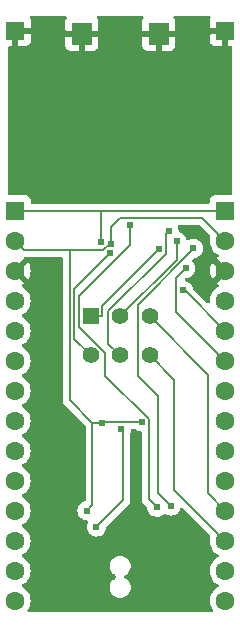
<source format=gbl>
G04 #@! TF.GenerationSoftware,KiCad,Pcbnew,(6.0.9)*
G04 #@! TF.CreationDate,2022-12-10T19:39:28+09:00*
G04 #@! TF.ProjectId,EB-STM32L412KB,45422d53-544d-4333-924c-3431324b422e,V2.0*
G04 #@! TF.SameCoordinates,Original*
G04 #@! TF.FileFunction,Copper,L2,Bot*
G04 #@! TF.FilePolarity,Positive*
%FSLAX46Y46*%
G04 Gerber Fmt 4.6, Leading zero omitted, Abs format (unit mm)*
G04 Created by KiCad (PCBNEW (6.0.9)) date 2022-12-10 19:39:28*
%MOMM*%
%LPD*%
G01*
G04 APERTURE LIST*
G04 #@! TA.AperFunction,ComponentPad*
%ADD10R,1.800000X1.900000*%
G04 #@! TD*
G04 #@! TA.AperFunction,ComponentPad*
%ADD11R,1.600000X1.600000*%
G04 #@! TD*
G04 #@! TA.AperFunction,ComponentPad*
%ADD12C,1.600000*%
G04 #@! TD*
G04 #@! TA.AperFunction,ComponentPad*
%ADD13R,1.400000X1.400000*%
G04 #@! TD*
G04 #@! TA.AperFunction,ComponentPad*
%ADD14C,1.400000*%
G04 #@! TD*
G04 #@! TA.AperFunction,ViaPad*
%ADD15C,0.609600*%
G04 #@! TD*
G04 #@! TA.AperFunction,Conductor*
%ADD16C,0.152400*%
G04 #@! TD*
G04 APERTURE END LIST*
D10*
X-3250000Y15000000D03*
X3250000Y15000000D03*
D11*
X-8890000Y15240000D03*
X8890000Y15240000D03*
X-8890000Y0D03*
D12*
X-8890000Y-2540000D03*
X-8890000Y-5080000D03*
X-8890000Y-7620000D03*
X-8890000Y-10160000D03*
X-8890000Y-12700000D03*
X-8890000Y-15240000D03*
X-8890000Y-17780000D03*
X-8890000Y-20320000D03*
X-8890000Y-22860000D03*
X-8890000Y-25400000D03*
X-8890000Y-27940000D03*
X-8890000Y-30480000D03*
X-8890000Y-33020000D03*
D13*
X-2500000Y-8950000D03*
D14*
X0Y-8950000D03*
X2500000Y-8950000D03*
X-2500000Y-12250000D03*
X0Y-12250000D03*
X2500000Y-12250000D03*
D11*
X8890000Y0D03*
D12*
X8890000Y-2540000D03*
X8890000Y-5080000D03*
X8890000Y-7620000D03*
X8890000Y-10160000D03*
X8890000Y-12700000D03*
X8890000Y-15240000D03*
X8890000Y-17780000D03*
X8890000Y-20320000D03*
X8890000Y-22860000D03*
X8890000Y-25400000D03*
X8890000Y-27940000D03*
X8890000Y-30480000D03*
X8890000Y-33020000D03*
D15*
X-1631000Y-2693000D03*
X-100000Y9983800D03*
X-700000Y-31000000D03*
X100000Y-18457500D03*
X-2021500Y-26781900D03*
X3100000Y-25095800D03*
X822989Y-1177011D03*
X6200000Y-3200000D03*
X4300000Y-25000000D03*
X1807900Y-17873800D03*
X-2800000Y-25400000D03*
X-802100Y-2783400D03*
X-1565300Y-17965100D03*
X5336800Y-6744700D03*
X5540700Y-4874700D03*
X3318100Y-3226800D03*
X4800000Y-2600000D03*
X-881500Y-3596400D03*
X4138100Y-1689500D03*
D16*
X-7808700Y-1800D02*
X-7810500Y0D01*
X-1631000Y-1800D02*
X-1631000Y-2693000D01*
X-8890000Y0D02*
X-7810500Y0D01*
X-1631000Y-1800D02*
X-7808700Y-1800D01*
X8890000Y0D02*
X7810500Y0D01*
X7810500Y0D02*
X-1629200Y0D01*
X-1629200Y0D02*
X-1631000Y-1800D01*
X-100000Y15000000D02*
X-3250000Y15000000D01*
X3250000Y15000000D02*
X7570500Y15000000D01*
X-100000Y15000000D02*
X-100000Y9983800D01*
X-8890000Y15240000D02*
X-4669500Y15240000D01*
X8890000Y15240000D02*
X7810500Y15240000D01*
X-3250000Y15000000D02*
X-4429500Y15000000D01*
X-4669500Y15240000D02*
X-4429500Y15000000D01*
X7570500Y15000000D02*
X7810500Y15240000D01*
X-100000Y15000000D02*
X3250000Y15000000D01*
X250000Y-18607500D02*
X250000Y-24510400D01*
X250000Y-24510400D02*
X-2021500Y-26781900D01*
X100000Y-18457500D02*
X250000Y-18607500D01*
X-3479600Y-9808500D02*
X-1249900Y-12038200D01*
X-1249900Y-12038200D02*
X-1249900Y-13989700D01*
X822989Y-2905511D02*
X-3479600Y-7208100D01*
X-1249800Y-13989700D02*
X2421400Y-17660900D01*
X-3479600Y-7208100D02*
X-3479600Y-9808500D01*
X822989Y-1177011D02*
X822989Y-2905511D01*
X2421400Y-17660900D02*
X2421400Y-24417200D01*
X-1249900Y-13989700D02*
X-1249800Y-13989700D01*
X2421400Y-24417200D02*
X3100000Y-25095800D01*
X3181500Y-15664000D02*
X3181500Y-23881500D01*
X1480700Y-13963200D02*
X3181500Y-15664000D01*
X1480700Y-7972400D02*
X1480700Y-13963200D01*
X6200000Y-3253100D02*
X1480700Y-7972400D01*
X3181500Y-23881500D02*
X4300000Y-25000000D01*
X6200000Y-3200000D02*
X6200000Y-3253100D01*
X2500000Y-12250000D02*
X4597300Y-14347300D01*
X4597300Y-23647300D02*
X8890000Y-27940000D01*
X4597300Y-14347300D02*
X4597300Y-23647300D01*
X7429600Y-13879600D02*
X7429600Y-23939600D01*
X7429600Y-23939600D02*
X8890000Y-25400000D01*
X2500000Y-8950000D02*
X7429600Y-13879600D01*
X-4288600Y-3312100D02*
X-8117900Y-3312100D01*
X-802100Y-1402100D02*
X-802100Y-2783400D01*
X-1565300Y-17965100D02*
X-1474000Y-17873800D01*
X-4288600Y-3312100D02*
X-4288600Y-16020700D01*
X-2344200Y-24944200D02*
X-2800000Y-25400000D01*
X-4288600Y-16020700D02*
X-2344200Y-17965100D01*
X-2344200Y-17965100D02*
X-1565300Y-17965100D01*
X6942811Y-592811D02*
X7189Y-592811D01*
X8890000Y-2540000D02*
X6942811Y-592811D01*
X-1423500Y-3312100D02*
X-4288600Y-3312100D01*
X-2344200Y-17965100D02*
X-2344200Y-24944200D01*
X-894800Y-2783400D02*
X-1423500Y-3312100D01*
X-802100Y-2783400D02*
X-894800Y-2783400D01*
X7189Y-592811D02*
X-802100Y-1402100D01*
X-8117900Y-3312100D02*
X-8890000Y-2540000D01*
X-1474000Y-17873800D02*
X1807900Y-17873800D01*
X8890000Y-10160000D02*
X5474700Y-6744700D01*
X5474700Y-6744700D02*
X5336800Y-6744700D01*
X8890000Y-12700000D02*
X4752400Y-8562400D01*
X4752400Y-8562400D02*
X4752400Y-5663000D01*
X4752400Y-5663000D02*
X5540700Y-4874700D01*
X-1520500Y-8950000D02*
X-1520500Y-8065400D01*
X-1520500Y-8065400D02*
X3318100Y-3226800D01*
X-2500000Y-8950000D02*
X-1520500Y-8950000D01*
X4800000Y-2600000D02*
X4800000Y-4150000D01*
X4800000Y-4150000D02*
X0Y-8950000D01*
X-2500000Y-12250000D02*
X-3908300Y-10841700D01*
X-3908300Y-6623200D02*
X-881500Y-3596400D01*
X-3908300Y-10841700D02*
X-3908300Y-6623200D01*
X-1001000Y-11249000D02*
X-1001000Y-8536700D01*
X-1001000Y-8536700D02*
X3902500Y-3633200D01*
X3902500Y-1925100D02*
X4138100Y-1689500D01*
X3902500Y-3633200D02*
X3902500Y-1925100D01*
X0Y-12250000D02*
X-1001000Y-11249000D01*
G04 #@! TA.AperFunction,Conductor*
G36*
X-4931179Y-3916802D02*
G01*
X-4884686Y-3970458D01*
X-4873300Y-4022800D01*
X-4873300Y-15974122D01*
X-4874378Y-15990569D01*
X-4878345Y-16020700D01*
X-4873300Y-16059019D01*
X-4873300Y-16059021D01*
X-4858250Y-16173337D01*
X-4833267Y-16233650D01*
X-4799334Y-16315573D01*
X-4765177Y-16360086D01*
X-4705613Y-16437713D01*
X-4699063Y-16442739D01*
X-4699059Y-16442743D01*
X-4681491Y-16456223D01*
X-4669099Y-16467091D01*
X-2965805Y-18170385D01*
X-2931779Y-18232697D01*
X-2928900Y-18259480D01*
X-2928900Y-24494490D01*
X-2948902Y-24562611D01*
X-3002558Y-24609104D01*
X-3014294Y-24613768D01*
X-3141810Y-24657178D01*
X-3141813Y-24657179D01*
X-3148477Y-24659448D01*
X-3221609Y-24704439D01*
X-3292803Y-24748238D01*
X-3303886Y-24755056D01*
X-3373279Y-24823010D01*
X-3408749Y-24857746D01*
X-3434250Y-24882718D01*
X-3533092Y-25036090D01*
X-3535501Y-25042710D01*
X-3535503Y-25042713D01*
X-3593090Y-25200932D01*
X-3595498Y-25207549D01*
X-3618366Y-25388573D01*
X-3617679Y-25395580D01*
X-3617679Y-25395583D01*
X-3608121Y-25493060D01*
X-3600561Y-25570164D01*
X-3542967Y-25743299D01*
X-3539318Y-25749324D01*
X-3453596Y-25890867D01*
X-3448446Y-25899371D01*
X-3321697Y-26030623D01*
X-3315805Y-26034478D01*
X-3315801Y-26034482D01*
X-3174915Y-26126675D01*
X-3169019Y-26130533D01*
X-3162415Y-26132989D01*
X-3162413Y-26132990D01*
X-3083509Y-26162334D01*
X-2998000Y-26194135D01*
X-2837822Y-26215507D01*
X-2772946Y-26244343D01*
X-2733958Y-26303676D01*
X-2733237Y-26374669D01*
X-2748576Y-26408655D01*
X-2754592Y-26417990D01*
X-2757001Y-26424610D01*
X-2757003Y-26424613D01*
X-2814590Y-26582832D01*
X-2816998Y-26589449D01*
X-2839866Y-26770473D01*
X-2839179Y-26777480D01*
X-2839179Y-26777483D01*
X-2834019Y-26830106D01*
X-2822061Y-26952064D01*
X-2764467Y-27125199D01*
X-2669946Y-27281271D01*
X-2543197Y-27412523D01*
X-2537305Y-27416378D01*
X-2537301Y-27416382D01*
X-2415529Y-27496067D01*
X-2390519Y-27512433D01*
X-2383915Y-27514889D01*
X-2383913Y-27514890D01*
X-2330820Y-27534635D01*
X-2219500Y-27576035D01*
X-2038640Y-27600167D01*
X-2031629Y-27599529D01*
X-2031625Y-27599529D01*
X-1891920Y-27586814D01*
X-1856929Y-27583629D01*
X-1850227Y-27581451D01*
X-1850225Y-27581451D01*
X-1690095Y-27529422D01*
X-1690092Y-27529421D01*
X-1683396Y-27527245D01*
X-1658548Y-27512433D01*
X-1532723Y-27437427D01*
X-1532720Y-27437425D01*
X-1526668Y-27433817D01*
X-1455361Y-27365912D01*
X-1399638Y-27312848D01*
X-1399636Y-27312845D01*
X-1394534Y-27307987D01*
X-1293561Y-27156010D01*
X-1269171Y-27091803D01*
X-1231267Y-26992022D01*
X-1231266Y-26992017D01*
X-1228767Y-26985439D01*
X-1223091Y-26945055D01*
X-1206936Y-26830106D01*
X-1177648Y-26765432D01*
X-1171257Y-26758547D01*
X630503Y-24956787D01*
X642895Y-24945919D01*
X660460Y-24932441D01*
X667013Y-24927413D01*
X683541Y-24905874D01*
X733170Y-24841195D01*
X755707Y-24811824D01*
X760734Y-24805273D01*
X791130Y-24731890D01*
X819650Y-24663037D01*
X834700Y-24548721D01*
X834700Y-24548719D01*
X839745Y-24510400D01*
X835778Y-24480267D01*
X834700Y-24463821D01*
X834700Y-18836937D01*
X842912Y-18792194D01*
X873965Y-18710445D01*
X892733Y-18661039D01*
X893713Y-18654068D01*
X893714Y-18654063D01*
X905954Y-18566965D01*
X935242Y-18502291D01*
X994846Y-18463717D01*
X1030728Y-18458500D01*
X1188372Y-18458500D01*
X1256493Y-18478502D01*
X1279009Y-18496973D01*
X1286203Y-18504423D01*
X1292095Y-18508278D01*
X1292099Y-18508282D01*
X1432985Y-18600475D01*
X1438881Y-18604333D01*
X1445485Y-18606789D01*
X1445487Y-18606790D01*
X1524390Y-18636134D01*
X1609900Y-18667935D01*
X1727364Y-18683608D01*
X1792241Y-18712444D01*
X1831229Y-18771777D01*
X1836700Y-18808501D01*
X1836700Y-24370622D01*
X1835622Y-24387069D01*
X1831655Y-24417200D01*
X1836700Y-24455519D01*
X1836700Y-24455521D01*
X1851750Y-24569837D01*
X1884676Y-24649327D01*
X1910666Y-24712073D01*
X1915695Y-24718627D01*
X1915697Y-24718630D01*
X1931065Y-24738657D01*
X1931066Y-24738658D01*
X2004387Y-24834213D01*
X2010937Y-24839239D01*
X2010941Y-24839243D01*
X2028509Y-24852723D01*
X2040901Y-24863591D01*
X2251901Y-25074591D01*
X2285927Y-25136903D01*
X2288205Y-25151391D01*
X2290200Y-25171739D01*
X2299439Y-25265964D01*
X2357033Y-25439099D01*
X2360682Y-25445124D01*
X2440458Y-25576849D01*
X2451554Y-25595171D01*
X2578303Y-25726423D01*
X2584195Y-25730278D01*
X2584199Y-25730282D01*
X2725085Y-25822475D01*
X2730981Y-25826333D01*
X2737585Y-25828789D01*
X2737587Y-25828790D01*
X2805980Y-25854225D01*
X2902000Y-25889935D01*
X3082860Y-25914067D01*
X3089871Y-25913429D01*
X3089875Y-25913429D01*
X3244332Y-25899371D01*
X3264571Y-25897529D01*
X3271273Y-25895351D01*
X3271275Y-25895351D01*
X3431405Y-25843322D01*
X3431408Y-25843321D01*
X3438104Y-25841145D01*
X3462952Y-25826333D01*
X3588777Y-25751327D01*
X3588780Y-25751325D01*
X3594832Y-25747717D01*
X3670119Y-25676022D01*
X3733242Y-25643531D01*
X3803913Y-25650324D01*
X3826002Y-25661837D01*
X3924700Y-25726423D01*
X3930981Y-25730533D01*
X3937585Y-25732989D01*
X3937587Y-25732990D01*
X3977187Y-25747717D01*
X4102000Y-25794135D01*
X4282860Y-25818267D01*
X4289871Y-25817629D01*
X4289875Y-25817629D01*
X4429580Y-25804914D01*
X4464571Y-25801729D01*
X4471273Y-25799551D01*
X4471275Y-25799551D01*
X4631405Y-25747522D01*
X4631408Y-25747521D01*
X4638104Y-25745345D01*
X4663373Y-25730282D01*
X4788777Y-25655527D01*
X4788780Y-25655525D01*
X4794832Y-25651917D01*
X4888041Y-25563155D01*
X4921862Y-25530948D01*
X4921864Y-25530945D01*
X4926966Y-25526087D01*
X5027939Y-25374110D01*
X5030440Y-25367525D01*
X5030443Y-25367520D01*
X5087965Y-25216091D01*
X5130853Y-25159512D01*
X5197522Y-25135103D01*
X5266804Y-25150612D01*
X5294848Y-25171739D01*
X7595432Y-27472323D01*
X7629458Y-27534635D01*
X7628044Y-27594029D01*
X7596457Y-27711913D01*
X7576502Y-27940000D01*
X7596457Y-28168087D01*
X7655716Y-28389243D01*
X7658039Y-28394224D01*
X7658039Y-28394225D01*
X7750151Y-28591762D01*
X7750154Y-28591767D01*
X7752477Y-28596749D01*
X7883802Y-28784300D01*
X8045700Y-28946198D01*
X8050208Y-28949355D01*
X8050211Y-28949357D01*
X8128389Y-29004098D01*
X8233251Y-29077523D01*
X8238233Y-29079846D01*
X8238238Y-29079849D01*
X8272457Y-29095805D01*
X8325742Y-29142722D01*
X8345203Y-29210999D01*
X8324661Y-29278959D01*
X8272457Y-29324195D01*
X8238238Y-29340151D01*
X8238233Y-29340154D01*
X8233251Y-29342477D01*
X8177812Y-29381296D01*
X8050211Y-29470643D01*
X8050208Y-29470645D01*
X8045700Y-29473802D01*
X7883802Y-29635700D01*
X7880645Y-29640208D01*
X7880643Y-29640211D01*
X7825902Y-29718389D01*
X7752477Y-29823251D01*
X7750154Y-29828233D01*
X7750151Y-29828238D01*
X7666729Y-30007140D01*
X7655716Y-30030757D01*
X7654294Y-30036065D01*
X7654293Y-30036067D01*
X7612280Y-30192860D01*
X7596457Y-30251913D01*
X7576502Y-30480000D01*
X7596457Y-30708087D01*
X7655716Y-30929243D01*
X7658039Y-30934224D01*
X7658039Y-30934225D01*
X7750151Y-31131762D01*
X7750154Y-31131767D01*
X7752477Y-31136749D01*
X7883802Y-31324300D01*
X8045700Y-31486198D01*
X8050208Y-31489355D01*
X8050211Y-31489357D01*
X8128389Y-31544098D01*
X8233251Y-31617523D01*
X8238233Y-31619846D01*
X8238238Y-31619849D01*
X8272457Y-31635805D01*
X8325742Y-31682722D01*
X8345203Y-31750999D01*
X8324661Y-31818959D01*
X8272457Y-31864195D01*
X8238238Y-31880151D01*
X8238233Y-31880154D01*
X8233251Y-31882477D01*
X8128389Y-31955902D01*
X8050211Y-32010643D01*
X8050208Y-32010645D01*
X8045700Y-32013802D01*
X7883802Y-32175700D01*
X7880645Y-32180208D01*
X7880643Y-32180211D01*
X7825902Y-32258389D01*
X7752477Y-32363251D01*
X7750154Y-32368233D01*
X7750151Y-32368238D01*
X7658039Y-32565775D01*
X7655716Y-32570757D01*
X7654294Y-32576065D01*
X7654293Y-32576067D01*
X7602609Y-32768954D01*
X7596457Y-32791913D01*
X7576502Y-33020000D01*
X7596457Y-33248087D01*
X7597881Y-33253400D01*
X7597881Y-33253402D01*
X7654174Y-33463487D01*
X7655716Y-33469243D01*
X7658039Y-33474224D01*
X7658039Y-33474225D01*
X7750151Y-33671762D01*
X7750154Y-33671767D01*
X7752477Y-33676749D01*
X7755633Y-33681256D01*
X7755634Y-33681258D01*
X7834037Y-33793229D01*
X7856725Y-33860503D01*
X7839440Y-33929364D01*
X7787670Y-33977948D01*
X7730824Y-33991500D01*
X-7730824Y-33991500D01*
X-7798945Y-33971498D01*
X-7845438Y-33917842D01*
X-7855542Y-33847568D01*
X-7834037Y-33793229D01*
X-7755634Y-33681258D01*
X-7755633Y-33681256D01*
X-7752477Y-33676749D01*
X-7750154Y-33671767D01*
X-7750151Y-33671762D01*
X-7658039Y-33474225D01*
X-7658039Y-33474224D01*
X-7655716Y-33469243D01*
X-7654173Y-33463487D01*
X-7597881Y-33253402D01*
X-7597881Y-33253400D01*
X-7596457Y-33248087D01*
X-7576502Y-33020000D01*
X-7596457Y-32791913D01*
X-7602609Y-32768954D01*
X-7654293Y-32576067D01*
X-7654294Y-32576065D01*
X-7655716Y-32570757D01*
X-7658039Y-32565775D01*
X-7750151Y-32368238D01*
X-7750154Y-32368233D01*
X-7752477Y-32363251D01*
X-7825902Y-32258389D01*
X-7880643Y-32180211D01*
X-7880645Y-32180208D01*
X-7883802Y-32175700D01*
X-8045700Y-32013802D01*
X-8050208Y-32010645D01*
X-8050211Y-32010643D01*
X-8075608Y-31992860D01*
X-883500Y-31992860D01*
X-882128Y-31999313D01*
X-882128Y-31999317D01*
X-864194Y-32083690D01*
X-844887Y-32174521D01*
X-769348Y-32344183D01*
X-765468Y-32349524D01*
X-765467Y-32349525D01*
X-755494Y-32363251D01*
X-660185Y-32494434D01*
X-522169Y-32618704D01*
X-361331Y-32711564D01*
X-184702Y-32768954D01*
X-178139Y-32769644D01*
X-178138Y-32769644D01*
X-153942Y-32772187D01*
X-46306Y-32783500D01*
X46306Y-32783500D01*
X153942Y-32772187D01*
X178138Y-32769644D01*
X178139Y-32769644D01*
X184702Y-32768954D01*
X361331Y-32711564D01*
X522169Y-32618704D01*
X660185Y-32494434D01*
X769348Y-32344184D01*
X844887Y-32174521D01*
X864194Y-32083690D01*
X882128Y-31999317D01*
X882128Y-31999313D01*
X883500Y-31992860D01*
X883500Y-31807140D01*
X878947Y-31785716D01*
X848672Y-31643286D01*
X844887Y-31625479D01*
X769348Y-31455817D01*
X765466Y-31450474D01*
X664068Y-31310910D01*
X664066Y-31310908D01*
X660185Y-31305566D01*
X522169Y-31181296D01*
X397155Y-31109119D01*
X348162Y-31057736D01*
X334726Y-30988023D01*
X361112Y-30922112D01*
X397155Y-30890881D01*
X407078Y-30885152D01*
X522169Y-30818704D01*
X660185Y-30694434D01*
X769348Y-30544184D01*
X844887Y-30374521D01*
X883500Y-30192860D01*
X883500Y-30007140D01*
X844887Y-29825479D01*
X769348Y-29655817D01*
X660185Y-29505566D01*
X629236Y-29477699D01*
X527077Y-29385715D01*
X527076Y-29385714D01*
X522169Y-29381296D01*
X361331Y-29288436D01*
X184702Y-29231046D01*
X178139Y-29230356D01*
X178138Y-29230356D01*
X153942Y-29227813D01*
X46306Y-29216500D01*
X-46306Y-29216500D01*
X-153942Y-29227813D01*
X-178138Y-29230356D01*
X-178139Y-29230356D01*
X-184702Y-29231046D01*
X-361331Y-29288436D01*
X-522169Y-29381296D01*
X-527076Y-29385714D01*
X-527077Y-29385715D01*
X-629236Y-29477699D01*
X-660185Y-29505566D01*
X-664066Y-29510908D01*
X-664068Y-29510910D01*
X-765467Y-29650474D01*
X-769348Y-29655816D01*
X-844887Y-29825479D01*
X-883500Y-30007140D01*
X-883500Y-30192860D01*
X-844887Y-30374521D01*
X-842203Y-30380550D01*
X-842202Y-30380552D01*
X-797924Y-30480000D01*
X-769348Y-30544183D01*
X-660185Y-30694434D01*
X-522169Y-30818704D01*
X-407078Y-30885152D01*
X-397155Y-30890881D01*
X-348162Y-30942264D01*
X-334726Y-31011977D01*
X-361112Y-31077888D01*
X-397155Y-31109119D01*
X-522169Y-31181296D01*
X-660185Y-31305566D01*
X-664066Y-31310908D01*
X-664068Y-31310910D01*
X-765467Y-31450474D01*
X-769348Y-31455816D01*
X-772032Y-31461844D01*
X-772033Y-31461846D01*
X-839939Y-31614366D01*
X-844887Y-31625479D01*
X-848672Y-31643286D01*
X-878946Y-31785716D01*
X-883500Y-31807140D01*
X-883500Y-31992860D01*
X-8075608Y-31992860D01*
X-8128389Y-31955902D01*
X-8233251Y-31882477D01*
X-8238233Y-31880154D01*
X-8238238Y-31880151D01*
X-8272457Y-31864195D01*
X-8325742Y-31817278D01*
X-8345203Y-31749001D01*
X-8324661Y-31681041D01*
X-8272457Y-31635805D01*
X-8238238Y-31619849D01*
X-8238233Y-31619846D01*
X-8233251Y-31617523D01*
X-8128389Y-31544098D01*
X-8050211Y-31489357D01*
X-8050208Y-31489355D01*
X-8045700Y-31486198D01*
X-7883802Y-31324300D01*
X-7752477Y-31136749D01*
X-7750154Y-31131767D01*
X-7750151Y-31131762D01*
X-7658039Y-30934225D01*
X-7658039Y-30934224D01*
X-7655716Y-30929243D01*
X-7596457Y-30708087D01*
X-7576502Y-30480000D01*
X-7596457Y-30251913D01*
X-7612280Y-30192860D01*
X-7654293Y-30036067D01*
X-7654294Y-30036065D01*
X-7655716Y-30030757D01*
X-7666729Y-30007140D01*
X-7750151Y-29828238D01*
X-7750154Y-29828233D01*
X-7752477Y-29823251D01*
X-7825902Y-29718389D01*
X-7880643Y-29640211D01*
X-7880645Y-29640208D01*
X-7883802Y-29635700D01*
X-8045700Y-29473802D01*
X-8050208Y-29470645D01*
X-8050211Y-29470643D01*
X-8177812Y-29381296D01*
X-8233251Y-29342477D01*
X-8238233Y-29340154D01*
X-8238238Y-29340151D01*
X-8272457Y-29324195D01*
X-8325742Y-29277278D01*
X-8345203Y-29209001D01*
X-8324661Y-29141041D01*
X-8272457Y-29095805D01*
X-8238238Y-29079849D01*
X-8238233Y-29079846D01*
X-8233251Y-29077523D01*
X-8128389Y-29004098D01*
X-8050211Y-28949357D01*
X-8050208Y-28949355D01*
X-8045700Y-28946198D01*
X-7883802Y-28784300D01*
X-7752477Y-28596749D01*
X-7750154Y-28591767D01*
X-7750151Y-28591762D01*
X-7658039Y-28394225D01*
X-7658039Y-28394224D01*
X-7655716Y-28389243D01*
X-7596457Y-28168087D01*
X-7576502Y-27940000D01*
X-7596457Y-27711913D01*
X-7628044Y-27594029D01*
X-7654293Y-27496067D01*
X-7654294Y-27496065D01*
X-7655716Y-27490757D01*
X-7694560Y-27407455D01*
X-7750151Y-27288238D01*
X-7750154Y-27288233D01*
X-7752477Y-27283251D01*
X-7858928Y-27131224D01*
X-7880643Y-27100211D01*
X-7880645Y-27100208D01*
X-7883802Y-27095700D01*
X-8045700Y-26933802D01*
X-8050208Y-26930645D01*
X-8050211Y-26930643D01*
X-8193793Y-26830106D01*
X-8233251Y-26802477D01*
X-8238233Y-26800154D01*
X-8238238Y-26800151D01*
X-8272457Y-26784195D01*
X-8325742Y-26737278D01*
X-8345203Y-26669001D01*
X-8324661Y-26601041D01*
X-8272457Y-26555805D01*
X-8238238Y-26539849D01*
X-8238233Y-26539846D01*
X-8233251Y-26537523D01*
X-8071999Y-26424613D01*
X-8050211Y-26409357D01*
X-8050208Y-26409355D01*
X-8045700Y-26406198D01*
X-7883802Y-26244300D01*
X-7849328Y-26195067D01*
X-7755634Y-26061257D01*
X-7752477Y-26056749D01*
X-7750154Y-26051767D01*
X-7750151Y-26051762D01*
X-7658039Y-25854225D01*
X-7658039Y-25854224D01*
X-7655716Y-25849243D01*
X-7652579Y-25837538D01*
X-7597881Y-25633402D01*
X-7597881Y-25633400D01*
X-7596457Y-25628087D01*
X-7576502Y-25400000D01*
X-7596457Y-25171913D01*
X-7601956Y-25151391D01*
X-7654293Y-24956067D01*
X-7654294Y-24956065D01*
X-7655716Y-24950757D01*
X-7658039Y-24945775D01*
X-7750151Y-24748238D01*
X-7750154Y-24748233D01*
X-7752477Y-24743251D01*
X-7883802Y-24555700D01*
X-8045700Y-24393802D01*
X-8050208Y-24390645D01*
X-8050211Y-24390643D01*
X-8202312Y-24284141D01*
X-8233251Y-24262477D01*
X-8238233Y-24260154D01*
X-8238238Y-24260151D01*
X-8272457Y-24244195D01*
X-8325742Y-24197278D01*
X-8345203Y-24129001D01*
X-8324661Y-24061041D01*
X-8272457Y-24015805D01*
X-8238238Y-23999849D01*
X-8238233Y-23999846D01*
X-8233251Y-23997523D01*
X-8107497Y-23909469D01*
X-8050211Y-23869357D01*
X-8050208Y-23869355D01*
X-8045700Y-23866198D01*
X-7883802Y-23704300D01*
X-7870722Y-23685621D01*
X-7755634Y-23521257D01*
X-7752477Y-23516749D01*
X-7750154Y-23511767D01*
X-7750151Y-23511762D01*
X-7658039Y-23314225D01*
X-7658039Y-23314224D01*
X-7655716Y-23309243D01*
X-7596457Y-23088087D01*
X-7576502Y-22860000D01*
X-7596457Y-22631913D01*
X-7655716Y-22410757D01*
X-7658039Y-22405775D01*
X-7750151Y-22208238D01*
X-7750154Y-22208233D01*
X-7752477Y-22203251D01*
X-7883802Y-22015700D01*
X-8045700Y-21853802D01*
X-8050208Y-21850645D01*
X-8050211Y-21850643D01*
X-8128389Y-21795902D01*
X-8233251Y-21722477D01*
X-8238233Y-21720154D01*
X-8238238Y-21720151D01*
X-8272457Y-21704195D01*
X-8325742Y-21657278D01*
X-8345203Y-21589001D01*
X-8324661Y-21521041D01*
X-8272457Y-21475805D01*
X-8238238Y-21459849D01*
X-8238233Y-21459846D01*
X-8233251Y-21457523D01*
X-8128389Y-21384098D01*
X-8050211Y-21329357D01*
X-8050208Y-21329355D01*
X-8045700Y-21326198D01*
X-7883802Y-21164300D01*
X-7752477Y-20976749D01*
X-7750154Y-20971767D01*
X-7750151Y-20971762D01*
X-7658039Y-20774225D01*
X-7658039Y-20774224D01*
X-7655716Y-20769243D01*
X-7596457Y-20548087D01*
X-7576502Y-20320000D01*
X-7596457Y-20091913D01*
X-7655716Y-19870757D01*
X-7658039Y-19865775D01*
X-7750151Y-19668238D01*
X-7750154Y-19668233D01*
X-7752477Y-19663251D01*
X-7883802Y-19475700D01*
X-8045700Y-19313802D01*
X-8050208Y-19310645D01*
X-8050211Y-19310643D01*
X-8189403Y-19213180D01*
X-8233251Y-19182477D01*
X-8238233Y-19180154D01*
X-8238238Y-19180151D01*
X-8272457Y-19164195D01*
X-8325742Y-19117278D01*
X-8345203Y-19049001D01*
X-8324661Y-18981041D01*
X-8272457Y-18935805D01*
X-8238238Y-18919849D01*
X-8238233Y-18919846D01*
X-8233251Y-18917523D01*
X-8116182Y-18835550D01*
X-8050211Y-18789357D01*
X-8050208Y-18789355D01*
X-8045700Y-18786198D01*
X-7883802Y-18624300D01*
X-7867119Y-18600475D01*
X-7790595Y-18491187D01*
X-7752477Y-18436749D01*
X-7750154Y-18431767D01*
X-7750151Y-18431762D01*
X-7658039Y-18234225D01*
X-7658039Y-18234224D01*
X-7655716Y-18229243D01*
X-7649833Y-18207290D01*
X-7597881Y-18013402D01*
X-7597881Y-18013400D01*
X-7596457Y-18008087D01*
X-7576502Y-17780000D01*
X-7596457Y-17551913D01*
X-7655716Y-17330757D01*
X-7675141Y-17289100D01*
X-7750151Y-17128238D01*
X-7750154Y-17128233D01*
X-7752477Y-17123251D01*
X-7883802Y-16935700D01*
X-8045700Y-16773802D01*
X-8050208Y-16770645D01*
X-8050211Y-16770643D01*
X-8143645Y-16705220D01*
X-8233251Y-16642477D01*
X-8238233Y-16640154D01*
X-8238238Y-16640151D01*
X-8272457Y-16624195D01*
X-8325742Y-16577278D01*
X-8345203Y-16509001D01*
X-8324661Y-16441041D01*
X-8272457Y-16395805D01*
X-8238238Y-16379849D01*
X-8238233Y-16379846D01*
X-8233251Y-16377523D01*
X-8128389Y-16304098D01*
X-8050211Y-16249357D01*
X-8050208Y-16249355D01*
X-8045700Y-16246198D01*
X-7883802Y-16084300D01*
X-7752477Y-15896749D01*
X-7750154Y-15891767D01*
X-7750151Y-15891762D01*
X-7658039Y-15694225D01*
X-7658039Y-15694224D01*
X-7655716Y-15689243D01*
X-7625073Y-15574885D01*
X-7597881Y-15473402D01*
X-7597881Y-15473400D01*
X-7596457Y-15468087D01*
X-7576502Y-15240000D01*
X-7596457Y-15011913D01*
X-7655716Y-14790757D01*
X-7737720Y-14614897D01*
X-7750151Y-14588238D01*
X-7750154Y-14588233D01*
X-7752477Y-14583251D01*
X-7859381Y-14430576D01*
X-7880643Y-14400211D01*
X-7880645Y-14400208D01*
X-7883802Y-14395700D01*
X-8045700Y-14233802D01*
X-8050208Y-14230645D01*
X-8050211Y-14230643D01*
X-8165430Y-14149966D01*
X-8233251Y-14102477D01*
X-8238233Y-14100154D01*
X-8238238Y-14100151D01*
X-8272457Y-14084195D01*
X-8325742Y-14037278D01*
X-8345203Y-13969001D01*
X-8324661Y-13901041D01*
X-8272457Y-13855805D01*
X-8238238Y-13839849D01*
X-8238233Y-13839846D01*
X-8233251Y-13837523D01*
X-8075355Y-13726963D01*
X-8050211Y-13709357D01*
X-8050208Y-13709355D01*
X-8045700Y-13706198D01*
X-7883802Y-13544300D01*
X-7752477Y-13356749D01*
X-7750154Y-13351767D01*
X-7750151Y-13351762D01*
X-7658039Y-13154225D01*
X-7658039Y-13154224D01*
X-7655716Y-13149243D01*
X-7596457Y-12928087D01*
X-7576502Y-12700000D01*
X-7596457Y-12471913D01*
X-7598049Y-12465970D01*
X-7654293Y-12256067D01*
X-7654294Y-12256065D01*
X-7655716Y-12250757D01*
X-7705189Y-12144661D01*
X-7750151Y-12048238D01*
X-7750154Y-12048233D01*
X-7752477Y-12043251D01*
X-7883802Y-11855700D01*
X-8045700Y-11693802D01*
X-8050208Y-11690645D01*
X-8050211Y-11690643D01*
X-8128389Y-11635902D01*
X-8233251Y-11562477D01*
X-8238233Y-11560154D01*
X-8238238Y-11560151D01*
X-8272457Y-11544195D01*
X-8325742Y-11497278D01*
X-8345203Y-11429001D01*
X-8324661Y-11361041D01*
X-8272457Y-11315805D01*
X-8238238Y-11299849D01*
X-8238233Y-11299846D01*
X-8233251Y-11297523D01*
X-8089815Y-11197088D01*
X-8050211Y-11169357D01*
X-8050208Y-11169355D01*
X-8045700Y-11166198D01*
X-7883802Y-11004300D01*
X-7857033Y-10966071D01*
X-7755634Y-10821257D01*
X-7752477Y-10816749D01*
X-7750154Y-10811767D01*
X-7750151Y-10811762D01*
X-7658039Y-10614225D01*
X-7658039Y-10614224D01*
X-7655716Y-10609243D01*
X-7596457Y-10388087D01*
X-7576502Y-10160000D01*
X-7596457Y-9931913D01*
X-7655716Y-9710757D01*
X-7664312Y-9692323D01*
X-7750151Y-9508238D01*
X-7750154Y-9508233D01*
X-7752477Y-9503251D01*
X-7883802Y-9315700D01*
X-8045700Y-9153802D01*
X-8050208Y-9150645D01*
X-8050211Y-9150643D01*
X-8128389Y-9095902D01*
X-8233251Y-9022477D01*
X-8238233Y-9020154D01*
X-8238238Y-9020151D01*
X-8272457Y-9004195D01*
X-8325742Y-8957278D01*
X-8345203Y-8889001D01*
X-8324661Y-8821041D01*
X-8272457Y-8775805D01*
X-8238238Y-8759849D01*
X-8238233Y-8759846D01*
X-8233251Y-8757523D01*
X-8128389Y-8684098D01*
X-8050211Y-8629357D01*
X-8050208Y-8629355D01*
X-8045700Y-8626198D01*
X-7883802Y-8464300D01*
X-7752477Y-8276749D01*
X-7750154Y-8271767D01*
X-7750151Y-8271762D01*
X-7658039Y-8074225D01*
X-7658039Y-8074224D01*
X-7655716Y-8069243D01*
X-7642708Y-8020699D01*
X-7597881Y-7853402D01*
X-7597881Y-7853400D01*
X-7596457Y-7848087D01*
X-7576502Y-7620000D01*
X-7596457Y-7391913D01*
X-7655716Y-7170757D01*
X-7658039Y-7165775D01*
X-7750151Y-6968238D01*
X-7750154Y-6968233D01*
X-7752477Y-6963251D01*
X-7883802Y-6775700D01*
X-8045700Y-6613802D01*
X-8050208Y-6610645D01*
X-8050211Y-6610643D01*
X-8128389Y-6555902D01*
X-8233251Y-6482477D01*
X-8238233Y-6480154D01*
X-8238238Y-6480151D01*
X-8273049Y-6463919D01*
X-8326334Y-6417002D01*
X-8345795Y-6348725D01*
X-8325253Y-6280765D01*
X-8273049Y-6235529D01*
X-8238489Y-6219414D01*
X-8228994Y-6213931D01*
X-8176952Y-6177491D01*
X-8168576Y-6167012D01*
X-8175644Y-6153566D01*
X-9160115Y-5169095D01*
X-9194141Y-5106783D01*
X-9192306Y-5081132D01*
X-8525592Y-5081132D01*
X-8525461Y-5082965D01*
X-8521210Y-5089580D01*
X-7815713Y-5795077D01*
X-7803938Y-5801507D01*
X-7791923Y-5792211D01*
X-7756069Y-5741006D01*
X-7750586Y-5731511D01*
X-7658510Y-5534053D01*
X-7654764Y-5523761D01*
X-7598375Y-5313312D01*
X-7596472Y-5302519D01*
X-7577483Y-5085475D01*
X-7577483Y-5074525D01*
X-7596472Y-4857481D01*
X-7598375Y-4846688D01*
X-7654764Y-4636239D01*
X-7658510Y-4625947D01*
X-7750586Y-4428489D01*
X-7756069Y-4418994D01*
X-7792509Y-4366952D01*
X-7802988Y-4358576D01*
X-7816434Y-4365644D01*
X-8517978Y-5067188D01*
X-8525592Y-5081132D01*
X-9192306Y-5081132D01*
X-9189076Y-5035968D01*
X-9160115Y-4990905D01*
X-8174922Y-4005712D01*
X-8151279Y-3962414D01*
X-8101077Y-3912212D01*
X-8040692Y-3896800D01*
X-4999300Y-3896800D01*
X-4931179Y-3916802D01*
G37*
G04 #@! TD.AperFunction*
G04 #@! TA.AperFunction,Conductor*
G36*
X6716552Y-1197513D02*
G01*
X6737526Y-1214416D01*
X7595432Y-2072322D01*
X7629458Y-2134634D01*
X7628044Y-2194028D01*
X7600840Y-2295555D01*
X7596457Y-2311913D01*
X7576502Y-2540000D01*
X7596457Y-2768087D01*
X7597881Y-2773400D01*
X7597881Y-2773402D01*
X7621860Y-2862890D01*
X7655716Y-2989243D01*
X7658039Y-2994224D01*
X7658039Y-2994225D01*
X7750151Y-3191762D01*
X7750154Y-3191767D01*
X7752477Y-3196749D01*
X7782464Y-3239575D01*
X7861112Y-3351895D01*
X7883802Y-3384300D01*
X8045700Y-3546198D01*
X8050208Y-3549355D01*
X8050211Y-3549357D01*
X8076155Y-3567523D01*
X8233251Y-3677523D01*
X8238233Y-3679846D01*
X8238238Y-3679849D01*
X8273049Y-3696081D01*
X8326334Y-3742998D01*
X8345795Y-3811275D01*
X8325253Y-3879235D01*
X8273049Y-3924471D01*
X8238489Y-3940586D01*
X8228994Y-3946069D01*
X8176952Y-3982509D01*
X8168576Y-3992988D01*
X8175644Y-4006434D01*
X9160115Y-4990905D01*
X9194141Y-5053217D01*
X9189076Y-5124032D01*
X9160115Y-5169095D01*
X8174923Y-6154287D01*
X8168493Y-6166062D01*
X8177789Y-6178077D01*
X8228994Y-6213931D01*
X8238489Y-6219414D01*
X8273049Y-6235529D01*
X8326334Y-6282446D01*
X8345795Y-6350723D01*
X8325253Y-6418683D01*
X8273049Y-6463919D01*
X8238238Y-6480151D01*
X8238233Y-6480154D01*
X8233251Y-6482477D01*
X8128389Y-6555902D01*
X8050211Y-6610643D01*
X8050208Y-6610645D01*
X8045700Y-6613802D01*
X7883802Y-6775700D01*
X7752477Y-6963251D01*
X7750154Y-6968233D01*
X7750151Y-6968238D01*
X7658039Y-7165775D01*
X7655716Y-7170757D01*
X7596457Y-7391913D01*
X7576502Y-7620000D01*
X7576981Y-7625475D01*
X7584644Y-7713061D01*
X7570655Y-7782666D01*
X7521256Y-7833658D01*
X7452130Y-7849849D01*
X7385224Y-7826097D01*
X7370028Y-7813138D01*
X6163136Y-6606246D01*
X6133240Y-6558588D01*
X6084520Y-6418683D01*
X6074901Y-6391061D01*
X5978211Y-6236324D01*
X5896744Y-6154287D01*
X5854604Y-6111851D01*
X5854600Y-6111848D01*
X5849641Y-6106854D01*
X5695583Y-6009086D01*
X5587562Y-5970621D01*
X5542380Y-5954532D01*
X5484916Y-5912837D01*
X5459116Y-5846694D01*
X5473171Y-5777103D01*
X5495552Y-5746738D01*
X5519651Y-5722639D01*
X5581963Y-5688613D01*
X5597325Y-5686253D01*
X5705271Y-5676429D01*
X5711973Y-5674251D01*
X5711975Y-5674251D01*
X5872105Y-5622222D01*
X5872108Y-5622221D01*
X5878804Y-5620045D01*
X5884855Y-5616438D01*
X6029477Y-5530227D01*
X6029480Y-5530225D01*
X6035532Y-5526617D01*
X6106839Y-5458712D01*
X6162562Y-5405648D01*
X6162564Y-5405645D01*
X6167666Y-5400787D01*
X6268639Y-5248810D01*
X6316038Y-5124032D01*
X6330685Y-5085475D01*
X7577483Y-5085475D01*
X7596472Y-5302519D01*
X7598375Y-5313312D01*
X7654764Y-5523761D01*
X7658510Y-5534053D01*
X7750586Y-5731511D01*
X7756069Y-5741006D01*
X7792509Y-5793048D01*
X7802988Y-5801424D01*
X7816434Y-5794356D01*
X8517978Y-5092812D01*
X8525592Y-5078868D01*
X8525461Y-5077035D01*
X8521210Y-5070420D01*
X7815713Y-4364923D01*
X7803938Y-4358493D01*
X7791923Y-4367789D01*
X7756069Y-4418994D01*
X7750586Y-4428489D01*
X7658510Y-4625947D01*
X7654764Y-4636239D01*
X7598375Y-4846688D01*
X7596472Y-4857481D01*
X7577483Y-5074525D01*
X7577483Y-5085475D01*
X6330685Y-5085475D01*
X6330933Y-5084822D01*
X6330934Y-5084817D01*
X6333433Y-5078239D01*
X6358827Y-4897552D01*
X6359146Y-4874700D01*
X6338807Y-4693375D01*
X6278801Y-4521061D01*
X6182111Y-4366324D01*
X6136831Y-4320727D01*
X6103024Y-4258297D01*
X6108336Y-4187499D01*
X6137142Y-4142848D01*
X6237367Y-4042623D01*
X6299679Y-4008597D01*
X6315041Y-4006237D01*
X6320809Y-4005712D01*
X6364571Y-4001729D01*
X6391473Y-3992988D01*
X6531405Y-3947522D01*
X6531408Y-3947521D01*
X6538104Y-3945345D01*
X6544155Y-3941738D01*
X6688777Y-3855527D01*
X6688780Y-3855525D01*
X6694832Y-3851917D01*
X6809208Y-3742998D01*
X6821862Y-3730948D01*
X6821864Y-3730945D01*
X6826966Y-3726087D01*
X6927939Y-3574110D01*
X6942938Y-3534625D01*
X6990233Y-3410122D01*
X6990234Y-3410117D01*
X6992733Y-3403539D01*
X7001519Y-3341027D01*
X7017576Y-3226775D01*
X7017576Y-3226770D01*
X7018127Y-3222852D01*
X7018446Y-3200000D01*
X6998107Y-3018675D01*
X6938101Y-2846361D01*
X6841411Y-2691624D01*
X6771258Y-2620980D01*
X6717804Y-2567151D01*
X6717800Y-2567148D01*
X6712841Y-2562154D01*
X6701657Y-2555056D01*
X6589655Y-2483978D01*
X6558783Y-2464386D01*
X6430413Y-2418675D01*
X6393527Y-2405540D01*
X6393525Y-2405539D01*
X6386893Y-2403178D01*
X6379907Y-2402345D01*
X6379903Y-2402344D01*
X6250326Y-2386894D01*
X6205714Y-2381574D01*
X6198711Y-2382310D01*
X6198710Y-2382310D01*
X6152475Y-2387170D01*
X6024251Y-2400646D01*
X6017583Y-2402916D01*
X5858190Y-2457178D01*
X5858187Y-2457179D01*
X5851523Y-2459448D01*
X5795470Y-2493932D01*
X5786504Y-2499448D01*
X5718003Y-2518106D01*
X5650289Y-2496767D01*
X5604861Y-2442207D01*
X5598599Y-2423062D01*
X5598107Y-2418675D01*
X5592711Y-2403178D01*
X5540419Y-2253018D01*
X5538101Y-2246361D01*
X5441411Y-2091624D01*
X5322300Y-1971679D01*
X5317804Y-1967151D01*
X5317800Y-1967148D01*
X5312841Y-1962154D01*
X5301936Y-1955233D01*
X5241551Y-1916912D01*
X5158783Y-1864386D01*
X5040096Y-1822123D01*
X4982633Y-1780428D01*
X4956833Y-1714285D01*
X4956376Y-1701663D01*
X4956491Y-1693461D01*
X4956491Y-1693456D01*
X4956546Y-1689500D01*
X4936207Y-1508175D01*
X4932301Y-1496957D01*
X4918628Y-1457695D01*
X4879365Y-1344947D01*
X4875851Y-1274039D01*
X4911232Y-1212486D01*
X4974275Y-1179834D01*
X4998356Y-1177511D01*
X6648431Y-1177511D01*
X6716552Y-1197513D01*
G37*
G04 #@! TD.AperFunction*
G04 #@! TA.AperFunction,Conductor*
G36*
X-4562823Y16471498D02*
G01*
X-4516330Y16417842D01*
X-4506226Y16347568D01*
X-4530118Y16289935D01*
X-4594786Y16203649D01*
X-4603324Y16188054D01*
X-4648478Y16067606D01*
X-4652105Y16052351D01*
X-4657631Y16001486D01*
X-4658000Y15994672D01*
X-4658000Y15272115D01*
X-4653525Y15256876D01*
X-4652135Y15255671D01*
X-4644452Y15254000D01*
X-1860116Y15254000D01*
X-1844877Y15258475D01*
X-1843672Y15259865D01*
X-1842001Y15267548D01*
X-1842001Y15994669D01*
X-1842371Y16001490D01*
X-1847895Y16052352D01*
X-1851521Y16067604D01*
X-1896676Y16188054D01*
X-1905214Y16203649D01*
X-1969882Y16289935D01*
X-1994730Y16356442D01*
X-1979677Y16425824D01*
X-1929503Y16476054D01*
X-1869056Y16491500D01*
X1869056Y16491500D01*
X1937177Y16471498D01*
X1983670Y16417842D01*
X1993774Y16347568D01*
X1969882Y16289935D01*
X1905214Y16203649D01*
X1896676Y16188054D01*
X1851522Y16067606D01*
X1847895Y16052351D01*
X1842369Y16001486D01*
X1842000Y15994672D01*
X1842000Y15272115D01*
X1846475Y15256876D01*
X1847865Y15255671D01*
X1855548Y15254000D01*
X4639884Y15254000D01*
X4655123Y15258475D01*
X4656328Y15259865D01*
X4657999Y15267548D01*
X4657999Y15994669D01*
X4657629Y16001490D01*
X4652105Y16052352D01*
X4648479Y16067604D01*
X4603324Y16188054D01*
X4594786Y16203649D01*
X4530118Y16289935D01*
X4505270Y16356442D01*
X4520323Y16425824D01*
X4570497Y16476054D01*
X4630944Y16491500D01*
X7541605Y16491500D01*
X7609726Y16471498D01*
X7656219Y16417842D01*
X7666323Y16347568D01*
X7647655Y16302539D01*
X7649522Y16301517D01*
X7636676Y16278054D01*
X7591522Y16157606D01*
X7587895Y16142351D01*
X7582369Y16091486D01*
X7582000Y16084672D01*
X7582000Y15512115D01*
X7586475Y15496876D01*
X7587865Y15495671D01*
X7595548Y15494000D01*
X9018000Y15494000D01*
X9086121Y15473998D01*
X9132614Y15420342D01*
X9144000Y15368000D01*
X9144000Y13950116D01*
X9148475Y13934877D01*
X9149865Y13933672D01*
X9157548Y13932001D01*
X9365500Y13932001D01*
X9433621Y13911999D01*
X9480114Y13858343D01*
X9491500Y13806001D01*
X9491500Y1434500D01*
X9471498Y1366379D01*
X9417842Y1319886D01*
X9365500Y1308500D01*
X8041866Y1308500D01*
X7979684Y1301745D01*
X7843295Y1250615D01*
X7726739Y1163261D01*
X7639385Y1046705D01*
X7588255Y910316D01*
X7581500Y848134D01*
X7581500Y710700D01*
X7561498Y642579D01*
X7507842Y596086D01*
X7455500Y584700D01*
X-1582614Y584700D01*
X-1599061Y585778D01*
X-1621012Y588668D01*
X-1629200Y589746D01*
X-1637388Y588668D01*
X-1673010Y583978D01*
X-1689457Y582900D01*
X-7455500Y582900D01*
X-7523621Y602902D01*
X-7570114Y656558D01*
X-7581500Y708900D01*
X-7581500Y848134D01*
X-7588255Y910316D01*
X-7639385Y1046705D01*
X-7726739Y1163261D01*
X-7843295Y1250615D01*
X-7979684Y1301745D01*
X-8041866Y1308500D01*
X-9365500Y1308500D01*
X-9433621Y1328502D01*
X-9480114Y1382158D01*
X-9491500Y1434500D01*
X-9491500Y13806000D01*
X-9471498Y13874121D01*
X-9417842Y13920614D01*
X-9365500Y13932000D01*
X-9162115Y13932000D01*
X-9146876Y13936475D01*
X-9145671Y13937865D01*
X-9144000Y13945548D01*
X-9144000Y13950116D01*
X-8636000Y13950116D01*
X-8631525Y13934877D01*
X-8630135Y13933672D01*
X-8622452Y13932001D01*
X-8045331Y13932001D01*
X-8038510Y13932371D01*
X-7987648Y13937895D01*
X-7972396Y13941521D01*
X-7851946Y13986676D01*
X-7836351Y13995214D01*
X-7822852Y14005331D01*
X-4657999Y14005331D01*
X-4657629Y13998510D01*
X-4652105Y13947648D01*
X-4648479Y13932396D01*
X-4603324Y13811946D01*
X-4594786Y13796351D01*
X-4518285Y13694276D01*
X-4505724Y13681715D01*
X-4403649Y13605214D01*
X-4388054Y13596676D01*
X-4267606Y13551522D01*
X-4252351Y13547895D01*
X-4201486Y13542369D01*
X-4194672Y13542000D01*
X-3522115Y13542000D01*
X-3506876Y13546475D01*
X-3505671Y13547865D01*
X-3504000Y13555548D01*
X-3504000Y13560116D01*
X-2996000Y13560116D01*
X-2991525Y13544877D01*
X-2990135Y13543672D01*
X-2982452Y13542001D01*
X-2305331Y13542001D01*
X-2298510Y13542371D01*
X-2247648Y13547895D01*
X-2232396Y13551521D01*
X-2111946Y13596676D01*
X-2096351Y13605214D01*
X-1994276Y13681715D01*
X-1981715Y13694276D01*
X-1905214Y13796351D01*
X-1896676Y13811946D01*
X-1851522Y13932394D01*
X-1847895Y13947649D01*
X-1842369Y13998514D01*
X-1842000Y14005328D01*
X-1842000Y14005331D01*
X1842001Y14005331D01*
X1842371Y13998510D01*
X1847895Y13947648D01*
X1851521Y13932396D01*
X1896676Y13811946D01*
X1905214Y13796351D01*
X1981715Y13694276D01*
X1994276Y13681715D01*
X2096351Y13605214D01*
X2111946Y13596676D01*
X2232394Y13551522D01*
X2247649Y13547895D01*
X2298514Y13542369D01*
X2305328Y13542000D01*
X2977885Y13542000D01*
X2993124Y13546475D01*
X2994329Y13547865D01*
X2996000Y13555548D01*
X2996000Y13560116D01*
X3504000Y13560116D01*
X3508475Y13544877D01*
X3509865Y13543672D01*
X3517548Y13542001D01*
X4194669Y13542001D01*
X4201490Y13542371D01*
X4252352Y13547895D01*
X4267604Y13551521D01*
X4388054Y13596676D01*
X4403649Y13605214D01*
X4505724Y13681715D01*
X4518285Y13694276D01*
X4594786Y13796351D01*
X4603324Y13811946D01*
X4648478Y13932394D01*
X4652105Y13947649D01*
X4657631Y13998514D01*
X4658000Y14005328D01*
X4658000Y14395331D01*
X7582001Y14395331D01*
X7582371Y14388510D01*
X7587895Y14337648D01*
X7591521Y14322396D01*
X7636676Y14201946D01*
X7645214Y14186351D01*
X7721715Y14084276D01*
X7734276Y14071715D01*
X7836351Y13995214D01*
X7851946Y13986676D01*
X7972394Y13941522D01*
X7987649Y13937895D01*
X8038514Y13932369D01*
X8045328Y13932000D01*
X8617885Y13932000D01*
X8633124Y13936475D01*
X8634329Y13937865D01*
X8636000Y13945548D01*
X8636000Y14967885D01*
X8631525Y14983124D01*
X8630135Y14984329D01*
X8622452Y14986000D01*
X7600116Y14986000D01*
X7584877Y14981525D01*
X7583672Y14980135D01*
X7582001Y14972452D01*
X7582001Y14395331D01*
X4658000Y14395331D01*
X4658000Y14727885D01*
X4653525Y14743124D01*
X4652135Y14744329D01*
X4644452Y14746000D01*
X3522115Y14746000D01*
X3506876Y14741525D01*
X3505671Y14740135D01*
X3504000Y14732452D01*
X3504000Y13560116D01*
X2996000Y13560116D01*
X2996000Y14727885D01*
X2991525Y14743124D01*
X2990135Y14744329D01*
X2982452Y14746000D01*
X1860116Y14746000D01*
X1844877Y14741525D01*
X1843672Y14740135D01*
X1842001Y14732452D01*
X1842001Y14005331D01*
X-1842000Y14005331D01*
X-1842000Y14727885D01*
X-1846475Y14743124D01*
X-1847865Y14744329D01*
X-1855548Y14746000D01*
X-2977885Y14746000D01*
X-2993124Y14741525D01*
X-2994329Y14740135D01*
X-2996000Y14732452D01*
X-2996000Y13560116D01*
X-3504000Y13560116D01*
X-3504000Y14727885D01*
X-3508475Y14743124D01*
X-3509865Y14744329D01*
X-3517548Y14746000D01*
X-4639884Y14746000D01*
X-4655123Y14741525D01*
X-4656328Y14740135D01*
X-4657999Y14732452D01*
X-4657999Y14005331D01*
X-7822852Y14005331D01*
X-7734276Y14071715D01*
X-7721715Y14084276D01*
X-7645214Y14186351D01*
X-7636676Y14201946D01*
X-7591522Y14322394D01*
X-7587895Y14337649D01*
X-7582369Y14388514D01*
X-7582000Y14395328D01*
X-7582000Y14967885D01*
X-7586475Y14983124D01*
X-7587865Y14984329D01*
X-7595548Y14986000D01*
X-8617885Y14986000D01*
X-8633124Y14981525D01*
X-8634329Y14980135D01*
X-8636000Y14972452D01*
X-8636000Y13950116D01*
X-9144000Y13950116D01*
X-9144000Y15368000D01*
X-9123998Y15436121D01*
X-9070342Y15482614D01*
X-9018000Y15494000D01*
X-7600116Y15494000D01*
X-7584877Y15498475D01*
X-7583672Y15499865D01*
X-7582001Y15507548D01*
X-7582001Y16084669D01*
X-7582371Y16091490D01*
X-7587895Y16142352D01*
X-7591521Y16157604D01*
X-7636676Y16278054D01*
X-7649522Y16301517D01*
X-7647227Y16302774D01*
X-7667279Y16356438D01*
X-7652228Y16425821D01*
X-7602055Y16476053D01*
X-7541605Y16491500D01*
X-4630944Y16491500D01*
X-4562823Y16471498D01*
G37*
G04 #@! TD.AperFunction*
M02*

</source>
